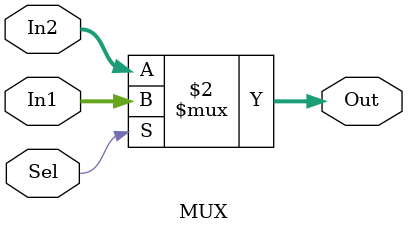
<source format=v>
module MUX(In1, In2, Sel, Out);
	
	input [7:0] In1, In2;
	input Sel;
	output [7:0] Out;
	
	assign Out = (Sel == 1) ? In1 : In2;
	// if Sel = 1, then Out = In1, else Out = In2

endmodule
</source>
